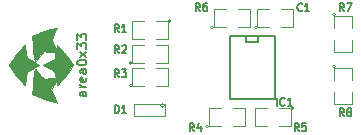
<source format=gto>
G04 #@! TF.FileFunction,Legend,Top*
%FSLAX46Y46*%
G04 Gerber Fmt 4.6, Leading zero omitted, Abs format (unit mm)*
G04 Created by KiCad (PCBNEW 0.201411101246+5259~19~ubuntu14.04.1-product) date mar 18 nov 2014 21:31:49 CET*
%MOMM*%
G01*
G04 APERTURE LIST*
%ADD10C,0.020000*%
%ADD11C,0.002540*%
%ADD12C,0.099060*%
%ADD13C,0.078740*%
%ADD14C,0.127000*%
%ADD15C,0.130000*%
G04 APERTURE END LIST*
D10*
D11*
G36*
X141934440Y-178487540D02*
X141931900Y-178500240D01*
X141916660Y-178535800D01*
X141896340Y-178589140D01*
X141868400Y-178660260D01*
X141832840Y-178744080D01*
X141792200Y-178840600D01*
X141746480Y-178947280D01*
X141713460Y-179023480D01*
X141667740Y-179132700D01*
X141624560Y-179236840D01*
X141583920Y-179330820D01*
X141550900Y-179412100D01*
X141525500Y-179478140D01*
X141505180Y-179526400D01*
X141495020Y-179554340D01*
X141492480Y-179561960D01*
X141502640Y-179579740D01*
X141522960Y-179617840D01*
X141550900Y-179671180D01*
X141586460Y-179737220D01*
X141627100Y-179810880D01*
X141670280Y-179889620D01*
X141713460Y-179968360D01*
X141756640Y-180047100D01*
X141797280Y-180120760D01*
X141832840Y-180184260D01*
X141863320Y-180237600D01*
X141886180Y-180275700D01*
X141896340Y-180293480D01*
X141898880Y-180296020D01*
X141903960Y-180285860D01*
X141911580Y-180252840D01*
X141919200Y-180204580D01*
X141929360Y-180146160D01*
X141929360Y-180141080D01*
X141939520Y-180077580D01*
X141949680Y-180024240D01*
X141957300Y-179986140D01*
X141962380Y-179965820D01*
X141972540Y-179973440D01*
X141997940Y-179996300D01*
X142036040Y-180034400D01*
X142086840Y-180085200D01*
X142145260Y-180148700D01*
X142211300Y-180217280D01*
X142279880Y-180293480D01*
X142353540Y-180372220D01*
X142427200Y-180453500D01*
X142495780Y-180532240D01*
X142564360Y-180605900D01*
X142622780Y-180674480D01*
X142676120Y-180735440D01*
X142719300Y-180786240D01*
X142747240Y-180824340D01*
X142754860Y-180834500D01*
X142780260Y-180867520D01*
X142813280Y-180918320D01*
X142856460Y-180981820D01*
X142902180Y-181047860D01*
X142935200Y-181093580D01*
X142991080Y-181174860D01*
X143054580Y-181268840D01*
X143118080Y-181362820D01*
X143176500Y-181449180D01*
X143191740Y-181472040D01*
X143321280Y-181660000D01*
X143026640Y-182089260D01*
X142952980Y-182195940D01*
X142892020Y-182287380D01*
X142838680Y-182363580D01*
X142790420Y-182429620D01*
X142744700Y-182488040D01*
X142701520Y-182546460D01*
X142653260Y-182604880D01*
X142599920Y-182665840D01*
X142536420Y-182736960D01*
X142460220Y-182820780D01*
X142371320Y-182919840D01*
X142366240Y-182924920D01*
X142287500Y-183011280D01*
X142213840Y-183095100D01*
X142147800Y-183168760D01*
X142091920Y-183232260D01*
X142046200Y-183285600D01*
X142013180Y-183321160D01*
X141992860Y-183344020D01*
X141992860Y-183346560D01*
X141982700Y-183359260D01*
X141972540Y-183356720D01*
X141964920Y-183336400D01*
X141954760Y-183298300D01*
X141942060Y-183239880D01*
X141931900Y-183173840D01*
X141903960Y-183001120D01*
X141695680Y-183379580D01*
X141489940Y-183758040D01*
X141718540Y-184293980D01*
X141766800Y-184405740D01*
X141809980Y-184509880D01*
X141850620Y-184603860D01*
X141883640Y-184685140D01*
X141911580Y-184751180D01*
X141931900Y-184799440D01*
X141944600Y-184827380D01*
X141947140Y-184835000D01*
X141934440Y-184832460D01*
X141898880Y-184822300D01*
X141843000Y-184807060D01*
X141769340Y-184789280D01*
X141680440Y-184763880D01*
X141578840Y-184735940D01*
X141467080Y-184708000D01*
X141390880Y-184685140D01*
X140837160Y-184535280D01*
X140438380Y-184365100D01*
X140339320Y-184321920D01*
X140245340Y-184281280D01*
X140156440Y-184245720D01*
X140082780Y-184215240D01*
X140024360Y-184189840D01*
X139983720Y-184174600D01*
X139971020Y-184169520D01*
X139915140Y-184149200D01*
X139884660Y-184126340D01*
X139874500Y-184100940D01*
X139877040Y-184083160D01*
X139879580Y-184062840D01*
X139879580Y-184019660D01*
X139882120Y-183956160D01*
X139884660Y-183877420D01*
X139887200Y-183783440D01*
X139889740Y-183679300D01*
X139892280Y-183567540D01*
X139892280Y-183565000D01*
X139892280Y-183450700D01*
X139894820Y-183341480D01*
X139897360Y-183242420D01*
X139902440Y-183156060D01*
X139904980Y-183084940D01*
X139907520Y-183031600D01*
X139912600Y-183003660D01*
X139920220Y-182952860D01*
X139927840Y-182904600D01*
X139930380Y-182884280D01*
X139935460Y-182846180D01*
X139945620Y-182795380D01*
X139950700Y-182759820D01*
X139958320Y-182709020D01*
X139965940Y-182660760D01*
X139971020Y-182635360D01*
X139976100Y-182594720D01*
X139983720Y-182543920D01*
X139991340Y-182508360D01*
X139998960Y-182460100D01*
X140006580Y-182414380D01*
X140009120Y-182391520D01*
X140021820Y-182297540D01*
X140037060Y-182221340D01*
X140042140Y-182198480D01*
X140049760Y-182162920D01*
X140059920Y-182112120D01*
X140070080Y-182058780D01*
X140077700Y-182010520D01*
X140085320Y-181977500D01*
X140087860Y-181962260D01*
X140090400Y-181962260D01*
X140092940Y-181962260D01*
X140098020Y-181967340D01*
X140108180Y-181980040D01*
X140123420Y-181997820D01*
X140148820Y-182023220D01*
X140181840Y-182058780D01*
X140225020Y-182104500D01*
X140280900Y-182165460D01*
X140349480Y-182239120D01*
X140433300Y-182330560D01*
X140534900Y-182439780D01*
X140550140Y-182457560D01*
X140639040Y-182551540D01*
X140710160Y-182630280D01*
X140766040Y-182691240D01*
X140814300Y-182736960D01*
X140847320Y-182769980D01*
X140875260Y-182792840D01*
X140893040Y-182805540D01*
X140905740Y-182810620D01*
X140910820Y-182810620D01*
X140941300Y-182810620D01*
X140992100Y-182805540D01*
X141053060Y-182800460D01*
X141121640Y-182795380D01*
X141185140Y-182790300D01*
X141241020Y-182787760D01*
X141246100Y-182785220D01*
X141294360Y-182782680D01*
X141355320Y-182777600D01*
X141411200Y-182772520D01*
X141467080Y-182769980D01*
X141517880Y-182764900D01*
X141555980Y-182762360D01*
X141555980Y-182762360D01*
X141589000Y-182757280D01*
X141639800Y-182754740D01*
X141700760Y-182749660D01*
X141731240Y-182747120D01*
X141784580Y-182742040D01*
X141827760Y-182736960D01*
X141855700Y-182734420D01*
X141860780Y-182731880D01*
X141858240Y-182716640D01*
X141850620Y-182683620D01*
X141843000Y-182637900D01*
X141840460Y-182630280D01*
X141830300Y-182574400D01*
X141820140Y-182515980D01*
X141812520Y-182477880D01*
X141804900Y-182439780D01*
X141799820Y-182414380D01*
X141799820Y-182411840D01*
X141797280Y-182394060D01*
X141792200Y-182361040D01*
X141787120Y-182322940D01*
X141779500Y-182274680D01*
X141769340Y-182239120D01*
X141761720Y-182221340D01*
X141749020Y-182211180D01*
X141713460Y-182188320D01*
X141660120Y-182157840D01*
X141594080Y-182122280D01*
X141517880Y-182079100D01*
X141434060Y-182030840D01*
X141342620Y-181982580D01*
X141251180Y-181931780D01*
X141162280Y-181883520D01*
X141075920Y-181837800D01*
X140997180Y-181794620D01*
X140928600Y-181759060D01*
X140875260Y-181731120D01*
X140837160Y-181713340D01*
X140829540Y-181710800D01*
X140778740Y-181685400D01*
X140753340Y-181667620D01*
X140750800Y-181652380D01*
X140773660Y-181634600D01*
X140814300Y-181611740D01*
X140834620Y-181601580D01*
X140877800Y-181578720D01*
X140936220Y-181548240D01*
X141004800Y-181510140D01*
X141086080Y-181466960D01*
X141174980Y-181421240D01*
X141263880Y-181372980D01*
X141357860Y-181322180D01*
X141446760Y-181273920D01*
X141530580Y-181228200D01*
X141606780Y-181187560D01*
X141670280Y-181152000D01*
X141721080Y-181124060D01*
X141754100Y-181106280D01*
X141764260Y-181101200D01*
X141769340Y-181085960D01*
X141774420Y-181052940D01*
X141782040Y-181004680D01*
X141787120Y-180966580D01*
X141799820Y-180890380D01*
X141815060Y-180804020D01*
X141827760Y-180725280D01*
X141832840Y-180707500D01*
X141855700Y-180580500D01*
X141827760Y-180577960D01*
X141761720Y-180572880D01*
X141685520Y-180565260D01*
X141609320Y-180560180D01*
X141538200Y-180555100D01*
X141484860Y-180550020D01*
X141464540Y-180547480D01*
X141426440Y-180542400D01*
X141375640Y-180537320D01*
X141319760Y-180534780D01*
X141319760Y-180534780D01*
X141261340Y-180529700D01*
X141208000Y-180524620D01*
X141167360Y-180519540D01*
X141129260Y-180517000D01*
X141075920Y-180514460D01*
X141014960Y-180509380D01*
X140994640Y-180506840D01*
X140872720Y-180499220D01*
X140481560Y-180925940D01*
X140087860Y-181355200D01*
X140072620Y-181286620D01*
X140062460Y-181238360D01*
X140052300Y-181174860D01*
X140039600Y-181106280D01*
X140026900Y-181037700D01*
X140016740Y-180976740D01*
X140011660Y-180936100D01*
X140009120Y-180928480D01*
X140004040Y-180895460D01*
X139996420Y-180847200D01*
X139991340Y-180811640D01*
X139981180Y-180758300D01*
X139973560Y-180710040D01*
X139971020Y-180684640D01*
X139965940Y-180646540D01*
X139955780Y-180595740D01*
X139950700Y-180560180D01*
X139943080Y-180506840D01*
X139935460Y-180458580D01*
X139930380Y-180435720D01*
X139925300Y-180395080D01*
X139917680Y-180344280D01*
X139912600Y-180316340D01*
X139907520Y-180285860D01*
X139904980Y-180232520D01*
X139899900Y-180161400D01*
X139897360Y-180072500D01*
X139894820Y-179973440D01*
X139892280Y-179864220D01*
X139889740Y-179767700D01*
X139887200Y-179655940D01*
X139884660Y-179549260D01*
X139884660Y-179452740D01*
X139882120Y-179371460D01*
X139879580Y-179302880D01*
X139879580Y-179257160D01*
X139879580Y-179234300D01*
X139879580Y-179198740D01*
X139887200Y-179175880D01*
X139889740Y-179173340D01*
X139894820Y-179173340D01*
X139897360Y-179173340D01*
X139904980Y-179170800D01*
X139915140Y-179165720D01*
X139932920Y-179160640D01*
X139960860Y-179147940D01*
X139998960Y-179132700D01*
X140052300Y-179109840D01*
X140120880Y-179081900D01*
X140207240Y-179046340D01*
X140313920Y-179000620D01*
X140418060Y-178957440D01*
X140877800Y-178761860D01*
X141403580Y-178622160D01*
X141515340Y-178591680D01*
X141622020Y-178563740D01*
X141716000Y-178538340D01*
X141797280Y-178518020D01*
X141860780Y-178502780D01*
X141906500Y-178492620D01*
X141931900Y-178487540D01*
X141934440Y-178487540D01*
X141934440Y-178487540D01*
X141934440Y-178487540D01*
G37*
X141934440Y-178487540D02*
X141931900Y-178500240D01*
X141916660Y-178535800D01*
X141896340Y-178589140D01*
X141868400Y-178660260D01*
X141832840Y-178744080D01*
X141792200Y-178840600D01*
X141746480Y-178947280D01*
X141713460Y-179023480D01*
X141667740Y-179132700D01*
X141624560Y-179236840D01*
X141583920Y-179330820D01*
X141550900Y-179412100D01*
X141525500Y-179478140D01*
X141505180Y-179526400D01*
X141495020Y-179554340D01*
X141492480Y-179561960D01*
X141502640Y-179579740D01*
X141522960Y-179617840D01*
X141550900Y-179671180D01*
X141586460Y-179737220D01*
X141627100Y-179810880D01*
X141670280Y-179889620D01*
X141713460Y-179968360D01*
X141756640Y-180047100D01*
X141797280Y-180120760D01*
X141832840Y-180184260D01*
X141863320Y-180237600D01*
X141886180Y-180275700D01*
X141896340Y-180293480D01*
X141898880Y-180296020D01*
X141903960Y-180285860D01*
X141911580Y-180252840D01*
X141919200Y-180204580D01*
X141929360Y-180146160D01*
X141929360Y-180141080D01*
X141939520Y-180077580D01*
X141949680Y-180024240D01*
X141957300Y-179986140D01*
X141962380Y-179965820D01*
X141972540Y-179973440D01*
X141997940Y-179996300D01*
X142036040Y-180034400D01*
X142086840Y-180085200D01*
X142145260Y-180148700D01*
X142211300Y-180217280D01*
X142279880Y-180293480D01*
X142353540Y-180372220D01*
X142427200Y-180453500D01*
X142495780Y-180532240D01*
X142564360Y-180605900D01*
X142622780Y-180674480D01*
X142676120Y-180735440D01*
X142719300Y-180786240D01*
X142747240Y-180824340D01*
X142754860Y-180834500D01*
X142780260Y-180867520D01*
X142813280Y-180918320D01*
X142856460Y-180981820D01*
X142902180Y-181047860D01*
X142935200Y-181093580D01*
X142991080Y-181174860D01*
X143054580Y-181268840D01*
X143118080Y-181362820D01*
X143176500Y-181449180D01*
X143191740Y-181472040D01*
X143321280Y-181660000D01*
X143026640Y-182089260D01*
X142952980Y-182195940D01*
X142892020Y-182287380D01*
X142838680Y-182363580D01*
X142790420Y-182429620D01*
X142744700Y-182488040D01*
X142701520Y-182546460D01*
X142653260Y-182604880D01*
X142599920Y-182665840D01*
X142536420Y-182736960D01*
X142460220Y-182820780D01*
X142371320Y-182919840D01*
X142366240Y-182924920D01*
X142287500Y-183011280D01*
X142213840Y-183095100D01*
X142147800Y-183168760D01*
X142091920Y-183232260D01*
X142046200Y-183285600D01*
X142013180Y-183321160D01*
X141992860Y-183344020D01*
X141992860Y-183346560D01*
X141982700Y-183359260D01*
X141972540Y-183356720D01*
X141964920Y-183336400D01*
X141954760Y-183298300D01*
X141942060Y-183239880D01*
X141931900Y-183173840D01*
X141903960Y-183001120D01*
X141695680Y-183379580D01*
X141489940Y-183758040D01*
X141718540Y-184293980D01*
X141766800Y-184405740D01*
X141809980Y-184509880D01*
X141850620Y-184603860D01*
X141883640Y-184685140D01*
X141911580Y-184751180D01*
X141931900Y-184799440D01*
X141944600Y-184827380D01*
X141947140Y-184835000D01*
X141934440Y-184832460D01*
X141898880Y-184822300D01*
X141843000Y-184807060D01*
X141769340Y-184789280D01*
X141680440Y-184763880D01*
X141578840Y-184735940D01*
X141467080Y-184708000D01*
X141390880Y-184685140D01*
X140837160Y-184535280D01*
X140438380Y-184365100D01*
X140339320Y-184321920D01*
X140245340Y-184281280D01*
X140156440Y-184245720D01*
X140082780Y-184215240D01*
X140024360Y-184189840D01*
X139983720Y-184174600D01*
X139971020Y-184169520D01*
X139915140Y-184149200D01*
X139884660Y-184126340D01*
X139874500Y-184100940D01*
X139877040Y-184083160D01*
X139879580Y-184062840D01*
X139879580Y-184019660D01*
X139882120Y-183956160D01*
X139884660Y-183877420D01*
X139887200Y-183783440D01*
X139889740Y-183679300D01*
X139892280Y-183567540D01*
X139892280Y-183565000D01*
X139892280Y-183450700D01*
X139894820Y-183341480D01*
X139897360Y-183242420D01*
X139902440Y-183156060D01*
X139904980Y-183084940D01*
X139907520Y-183031600D01*
X139912600Y-183003660D01*
X139920220Y-182952860D01*
X139927840Y-182904600D01*
X139930380Y-182884280D01*
X139935460Y-182846180D01*
X139945620Y-182795380D01*
X139950700Y-182759820D01*
X139958320Y-182709020D01*
X139965940Y-182660760D01*
X139971020Y-182635360D01*
X139976100Y-182594720D01*
X139983720Y-182543920D01*
X139991340Y-182508360D01*
X139998960Y-182460100D01*
X140006580Y-182414380D01*
X140009120Y-182391520D01*
X140021820Y-182297540D01*
X140037060Y-182221340D01*
X140042140Y-182198480D01*
X140049760Y-182162920D01*
X140059920Y-182112120D01*
X140070080Y-182058780D01*
X140077700Y-182010520D01*
X140085320Y-181977500D01*
X140087860Y-181962260D01*
X140090400Y-181962260D01*
X140092940Y-181962260D01*
X140098020Y-181967340D01*
X140108180Y-181980040D01*
X140123420Y-181997820D01*
X140148820Y-182023220D01*
X140181840Y-182058780D01*
X140225020Y-182104500D01*
X140280900Y-182165460D01*
X140349480Y-182239120D01*
X140433300Y-182330560D01*
X140534900Y-182439780D01*
X140550140Y-182457560D01*
X140639040Y-182551540D01*
X140710160Y-182630280D01*
X140766040Y-182691240D01*
X140814300Y-182736960D01*
X140847320Y-182769980D01*
X140875260Y-182792840D01*
X140893040Y-182805540D01*
X140905740Y-182810620D01*
X140910820Y-182810620D01*
X140941300Y-182810620D01*
X140992100Y-182805540D01*
X141053060Y-182800460D01*
X141121640Y-182795380D01*
X141185140Y-182790300D01*
X141241020Y-182787760D01*
X141246100Y-182785220D01*
X141294360Y-182782680D01*
X141355320Y-182777600D01*
X141411200Y-182772520D01*
X141467080Y-182769980D01*
X141517880Y-182764900D01*
X141555980Y-182762360D01*
X141555980Y-182762360D01*
X141589000Y-182757280D01*
X141639800Y-182754740D01*
X141700760Y-182749660D01*
X141731240Y-182747120D01*
X141784580Y-182742040D01*
X141827760Y-182736960D01*
X141855700Y-182734420D01*
X141860780Y-182731880D01*
X141858240Y-182716640D01*
X141850620Y-182683620D01*
X141843000Y-182637900D01*
X141840460Y-182630280D01*
X141830300Y-182574400D01*
X141820140Y-182515980D01*
X141812520Y-182477880D01*
X141804900Y-182439780D01*
X141799820Y-182414380D01*
X141799820Y-182411840D01*
X141797280Y-182394060D01*
X141792200Y-182361040D01*
X141787120Y-182322940D01*
X141779500Y-182274680D01*
X141769340Y-182239120D01*
X141761720Y-182221340D01*
X141749020Y-182211180D01*
X141713460Y-182188320D01*
X141660120Y-182157840D01*
X141594080Y-182122280D01*
X141517880Y-182079100D01*
X141434060Y-182030840D01*
X141342620Y-181982580D01*
X141251180Y-181931780D01*
X141162280Y-181883520D01*
X141075920Y-181837800D01*
X140997180Y-181794620D01*
X140928600Y-181759060D01*
X140875260Y-181731120D01*
X140837160Y-181713340D01*
X140829540Y-181710800D01*
X140778740Y-181685400D01*
X140753340Y-181667620D01*
X140750800Y-181652380D01*
X140773660Y-181634600D01*
X140814300Y-181611740D01*
X140834620Y-181601580D01*
X140877800Y-181578720D01*
X140936220Y-181548240D01*
X141004800Y-181510140D01*
X141086080Y-181466960D01*
X141174980Y-181421240D01*
X141263880Y-181372980D01*
X141357860Y-181322180D01*
X141446760Y-181273920D01*
X141530580Y-181228200D01*
X141606780Y-181187560D01*
X141670280Y-181152000D01*
X141721080Y-181124060D01*
X141754100Y-181106280D01*
X141764260Y-181101200D01*
X141769340Y-181085960D01*
X141774420Y-181052940D01*
X141782040Y-181004680D01*
X141787120Y-180966580D01*
X141799820Y-180890380D01*
X141815060Y-180804020D01*
X141827760Y-180725280D01*
X141832840Y-180707500D01*
X141855700Y-180580500D01*
X141827760Y-180577960D01*
X141761720Y-180572880D01*
X141685520Y-180565260D01*
X141609320Y-180560180D01*
X141538200Y-180555100D01*
X141484860Y-180550020D01*
X141464540Y-180547480D01*
X141426440Y-180542400D01*
X141375640Y-180537320D01*
X141319760Y-180534780D01*
X141319760Y-180534780D01*
X141261340Y-180529700D01*
X141208000Y-180524620D01*
X141167360Y-180519540D01*
X141129260Y-180517000D01*
X141075920Y-180514460D01*
X141014960Y-180509380D01*
X140994640Y-180506840D01*
X140872720Y-180499220D01*
X140481560Y-180925940D01*
X140087860Y-181355200D01*
X140072620Y-181286620D01*
X140062460Y-181238360D01*
X140052300Y-181174860D01*
X140039600Y-181106280D01*
X140026900Y-181037700D01*
X140016740Y-180976740D01*
X140011660Y-180936100D01*
X140009120Y-180928480D01*
X140004040Y-180895460D01*
X139996420Y-180847200D01*
X139991340Y-180811640D01*
X139981180Y-180758300D01*
X139973560Y-180710040D01*
X139971020Y-180684640D01*
X139965940Y-180646540D01*
X139955780Y-180595740D01*
X139950700Y-180560180D01*
X139943080Y-180506840D01*
X139935460Y-180458580D01*
X139930380Y-180435720D01*
X139925300Y-180395080D01*
X139917680Y-180344280D01*
X139912600Y-180316340D01*
X139907520Y-180285860D01*
X139904980Y-180232520D01*
X139899900Y-180161400D01*
X139897360Y-180072500D01*
X139894820Y-179973440D01*
X139892280Y-179864220D01*
X139889740Y-179767700D01*
X139887200Y-179655940D01*
X139884660Y-179549260D01*
X139884660Y-179452740D01*
X139882120Y-179371460D01*
X139879580Y-179302880D01*
X139879580Y-179257160D01*
X139879580Y-179234300D01*
X139879580Y-179198740D01*
X139887200Y-179175880D01*
X139889740Y-179173340D01*
X139894820Y-179173340D01*
X139897360Y-179173340D01*
X139904980Y-179170800D01*
X139915140Y-179165720D01*
X139932920Y-179160640D01*
X139960860Y-179147940D01*
X139998960Y-179132700D01*
X140052300Y-179109840D01*
X140120880Y-179081900D01*
X140207240Y-179046340D01*
X140313920Y-179000620D01*
X140418060Y-178957440D01*
X140877800Y-178761860D01*
X141403580Y-178622160D01*
X141515340Y-178591680D01*
X141622020Y-178563740D01*
X141716000Y-178538340D01*
X141797280Y-178518020D01*
X141860780Y-178502780D01*
X141906500Y-178492620D01*
X141931900Y-178487540D01*
X141934440Y-178487540D01*
X141934440Y-178487540D01*
G36*
X139229340Y-179945500D02*
X139236960Y-179958200D01*
X139244580Y-179988680D01*
X139244580Y-180003920D01*
X139247120Y-180031860D01*
X139252200Y-180082660D01*
X139262360Y-180148700D01*
X139275060Y-180229980D01*
X139290300Y-180313800D01*
X139295380Y-180341740D01*
X139313160Y-180445880D01*
X139333480Y-180560180D01*
X139353800Y-180674480D01*
X139371580Y-180781160D01*
X139386820Y-180862440D01*
X139427460Y-181098660D01*
X139889740Y-181347580D01*
X139993880Y-181403460D01*
X140092940Y-181456800D01*
X140181840Y-181505060D01*
X140263120Y-181548240D01*
X140329160Y-181583800D01*
X140377420Y-181609200D01*
X140405360Y-181624440D01*
X140410440Y-181626980D01*
X140466320Y-181657460D01*
X140410440Y-181687940D01*
X140385040Y-181700640D01*
X140339320Y-181726040D01*
X140278360Y-181759060D01*
X140202160Y-181802240D01*
X140113260Y-181847960D01*
X140016740Y-181901300D01*
X139915140Y-181954640D01*
X139902440Y-181962260D01*
X139803380Y-182015600D01*
X139709400Y-182066400D01*
X139625580Y-182112120D01*
X139554460Y-182150220D01*
X139498580Y-182183240D01*
X139460480Y-182206100D01*
X139440160Y-182216260D01*
X139440160Y-182216260D01*
X139432540Y-182234040D01*
X139422380Y-182274680D01*
X139409680Y-182338180D01*
X139394440Y-182416920D01*
X139376660Y-182513440D01*
X139356340Y-182620120D01*
X139336020Y-182739500D01*
X139323320Y-182818240D01*
X139300460Y-182955400D01*
X139282680Y-183067160D01*
X139267440Y-183156060D01*
X139254740Y-183227180D01*
X139244580Y-183280520D01*
X139236960Y-183316080D01*
X139229340Y-183341480D01*
X139224260Y-183356720D01*
X139216640Y-183361800D01*
X139211560Y-183359260D01*
X139206480Y-183354180D01*
X139203940Y-183351640D01*
X139163300Y-183308460D01*
X139109960Y-183250040D01*
X139049000Y-183181460D01*
X138977880Y-183105260D01*
X138906760Y-183021440D01*
X138830560Y-182935080D01*
X138754360Y-182848720D01*
X138680700Y-182764900D01*
X138609580Y-182686160D01*
X138548620Y-182612500D01*
X138492740Y-182549000D01*
X138452100Y-182498200D01*
X138421620Y-182462640D01*
X138408920Y-182447400D01*
X138309860Y-182297540D01*
X138218420Y-182162920D01*
X138137140Y-182043540D01*
X138066020Y-181939400D01*
X138010140Y-181855580D01*
X137964420Y-181792080D01*
X137933940Y-181746360D01*
X137931400Y-181746360D01*
X137865360Y-181657460D01*
X137900920Y-181609200D01*
X137923780Y-181578720D01*
X137941560Y-181558400D01*
X137944100Y-181555860D01*
X137946640Y-181550780D01*
X137956800Y-181540620D01*
X137966960Y-181522840D01*
X137987280Y-181497440D01*
X138012680Y-181459340D01*
X138048240Y-181406000D01*
X138091420Y-181342500D01*
X138147300Y-181261220D01*
X138213340Y-181159620D01*
X138294620Y-181040240D01*
X138325100Y-180994520D01*
X138370820Y-180925940D01*
X138411460Y-180867520D01*
X138444480Y-180816720D01*
X138469880Y-180783700D01*
X138482580Y-180765920D01*
X138485120Y-180763380D01*
X138487660Y-180760840D01*
X138500360Y-180748140D01*
X138518140Y-180727820D01*
X138543540Y-180699880D01*
X138581640Y-180659240D01*
X138629900Y-180603360D01*
X138695940Y-180532240D01*
X138774680Y-180443340D01*
X138800080Y-180415400D01*
X138828020Y-180384920D01*
X138866120Y-180341740D01*
X138914380Y-180288400D01*
X138965180Y-180232520D01*
X138972800Y-180222360D01*
X139026140Y-180166480D01*
X139076940Y-180108060D01*
X139120120Y-180057260D01*
X139153140Y-180019160D01*
X139155680Y-180016620D01*
X139188700Y-179981060D01*
X139214100Y-179955660D01*
X139229340Y-179945500D01*
X139229340Y-179945500D01*
X139229340Y-179945500D01*
G37*
X139229340Y-179945500D02*
X139236960Y-179958200D01*
X139244580Y-179988680D01*
X139244580Y-180003920D01*
X139247120Y-180031860D01*
X139252200Y-180082660D01*
X139262360Y-180148700D01*
X139275060Y-180229980D01*
X139290300Y-180313800D01*
X139295380Y-180341740D01*
X139313160Y-180445880D01*
X139333480Y-180560180D01*
X139353800Y-180674480D01*
X139371580Y-180781160D01*
X139386820Y-180862440D01*
X139427460Y-181098660D01*
X139889740Y-181347580D01*
X139993880Y-181403460D01*
X140092940Y-181456800D01*
X140181840Y-181505060D01*
X140263120Y-181548240D01*
X140329160Y-181583800D01*
X140377420Y-181609200D01*
X140405360Y-181624440D01*
X140410440Y-181626980D01*
X140466320Y-181657460D01*
X140410440Y-181687940D01*
X140385040Y-181700640D01*
X140339320Y-181726040D01*
X140278360Y-181759060D01*
X140202160Y-181802240D01*
X140113260Y-181847960D01*
X140016740Y-181901300D01*
X139915140Y-181954640D01*
X139902440Y-181962260D01*
X139803380Y-182015600D01*
X139709400Y-182066400D01*
X139625580Y-182112120D01*
X139554460Y-182150220D01*
X139498580Y-182183240D01*
X139460480Y-182206100D01*
X139440160Y-182216260D01*
X139440160Y-182216260D01*
X139432540Y-182234040D01*
X139422380Y-182274680D01*
X139409680Y-182338180D01*
X139394440Y-182416920D01*
X139376660Y-182513440D01*
X139356340Y-182620120D01*
X139336020Y-182739500D01*
X139323320Y-182818240D01*
X139300460Y-182955400D01*
X139282680Y-183067160D01*
X139267440Y-183156060D01*
X139254740Y-183227180D01*
X139244580Y-183280520D01*
X139236960Y-183316080D01*
X139229340Y-183341480D01*
X139224260Y-183356720D01*
X139216640Y-183361800D01*
X139211560Y-183359260D01*
X139206480Y-183354180D01*
X139203940Y-183351640D01*
X139163300Y-183308460D01*
X139109960Y-183250040D01*
X139049000Y-183181460D01*
X138977880Y-183105260D01*
X138906760Y-183021440D01*
X138830560Y-182935080D01*
X138754360Y-182848720D01*
X138680700Y-182764900D01*
X138609580Y-182686160D01*
X138548620Y-182612500D01*
X138492740Y-182549000D01*
X138452100Y-182498200D01*
X138421620Y-182462640D01*
X138408920Y-182447400D01*
X138309860Y-182297540D01*
X138218420Y-182162920D01*
X138137140Y-182043540D01*
X138066020Y-181939400D01*
X138010140Y-181855580D01*
X137964420Y-181792080D01*
X137933940Y-181746360D01*
X137931400Y-181746360D01*
X137865360Y-181657460D01*
X137900920Y-181609200D01*
X137923780Y-181578720D01*
X137941560Y-181558400D01*
X137944100Y-181555860D01*
X137946640Y-181550780D01*
X137956800Y-181540620D01*
X137966960Y-181522840D01*
X137987280Y-181497440D01*
X138012680Y-181459340D01*
X138048240Y-181406000D01*
X138091420Y-181342500D01*
X138147300Y-181261220D01*
X138213340Y-181159620D01*
X138294620Y-181040240D01*
X138325100Y-180994520D01*
X138370820Y-180925940D01*
X138411460Y-180867520D01*
X138444480Y-180816720D01*
X138469880Y-180783700D01*
X138482580Y-180765920D01*
X138485120Y-180763380D01*
X138487660Y-180760840D01*
X138500360Y-180748140D01*
X138518140Y-180727820D01*
X138543540Y-180699880D01*
X138581640Y-180659240D01*
X138629900Y-180603360D01*
X138695940Y-180532240D01*
X138774680Y-180443340D01*
X138800080Y-180415400D01*
X138828020Y-180384920D01*
X138866120Y-180341740D01*
X138914380Y-180288400D01*
X138965180Y-180232520D01*
X138972800Y-180222360D01*
X139026140Y-180166480D01*
X139076940Y-180108060D01*
X139120120Y-180057260D01*
X139153140Y-180019160D01*
X139155680Y-180016620D01*
X139188700Y-179981060D01*
X139214100Y-179955660D01*
X139229340Y-179945500D01*
X139229340Y-179945500D01*
D12*
X158926000Y-178462000D02*
G75*
G03X158926000Y-178462000I-127000J0D01*
G01*
X159942000Y-178462000D02*
X158926000Y-178462000D01*
X158926000Y-178462000D02*
X158926000Y-176938000D01*
X158926000Y-176938000D02*
X159942000Y-176938000D01*
X160958000Y-176938000D02*
X161974000Y-176938000D01*
X161974000Y-176938000D02*
X161974000Y-178462000D01*
X161974000Y-178462000D02*
X160958000Y-178462000D01*
D13*
X151068090Y-185069480D02*
G75*
G03X151068090Y-185069480I-159070J0D01*
G01*
X148463000Y-185928000D02*
X148463000Y-184912000D01*
X151066500Y-185928000D02*
X151066500Y-184912000D01*
X148463000Y-184912000D02*
X151066500Y-184912000D01*
X151066500Y-185928000D02*
X148463000Y-185928000D01*
D14*
X156697000Y-179233000D02*
X156570000Y-179233000D01*
X156570000Y-179233000D02*
X156570000Y-184567000D01*
X160380000Y-184567000D02*
X160380000Y-179233000D01*
X160380000Y-179233000D02*
X156697000Y-179233000D01*
X158983000Y-179233000D02*
X158983000Y-179741000D01*
X158983000Y-179741000D02*
X157967000Y-179741000D01*
X157967000Y-179741000D02*
X157967000Y-179233000D01*
X160380000Y-184567000D02*
X156570000Y-184567000D01*
D12*
X151638000Y-177927000D02*
G75*
G03X151638000Y-177927000I-127000J0D01*
G01*
X150368000Y-177927000D02*
X151384000Y-177927000D01*
X151384000Y-177927000D02*
X151384000Y-179451000D01*
X151384000Y-179451000D02*
X150368000Y-179451000D01*
X149352000Y-179451000D02*
X148336000Y-179451000D01*
X148336000Y-179451000D02*
X148336000Y-177927000D01*
X148336000Y-177927000D02*
X149352000Y-177927000D01*
X148336000Y-181483000D02*
G75*
G03X148336000Y-181483000I-127000J0D01*
G01*
X149352000Y-181483000D02*
X148336000Y-181483000D01*
X148336000Y-181483000D02*
X148336000Y-179959000D01*
X148336000Y-179959000D02*
X149352000Y-179959000D01*
X150368000Y-179959000D02*
X151384000Y-179959000D01*
X151384000Y-179959000D02*
X151384000Y-181483000D01*
X151384000Y-181483000D02*
X150368000Y-181483000D01*
X148336000Y-183388000D02*
G75*
G03X148336000Y-183388000I-127000J0D01*
G01*
X149352000Y-183388000D02*
X148336000Y-183388000D01*
X148336000Y-183388000D02*
X148336000Y-181864000D01*
X148336000Y-181864000D02*
X149352000Y-181864000D01*
X150368000Y-181864000D02*
X151384000Y-181864000D01*
X151384000Y-181864000D02*
X151384000Y-183388000D01*
X151384000Y-183388000D02*
X150368000Y-183388000D01*
X162028000Y-185313000D02*
G75*
G03X162028000Y-185313000I-127000J0D01*
G01*
X160758000Y-185313000D02*
X161774000Y-185313000D01*
X161774000Y-185313000D02*
X161774000Y-186837000D01*
X161774000Y-186837000D02*
X160758000Y-186837000D01*
X159742000Y-186837000D02*
X158726000Y-186837000D01*
X158726000Y-186837000D02*
X158726000Y-185313000D01*
X158726000Y-185313000D02*
X159742000Y-185313000D01*
X154801000Y-186837000D02*
G75*
G03X154801000Y-186837000I-127000J0D01*
G01*
X155817000Y-186837000D02*
X154801000Y-186837000D01*
X154801000Y-186837000D02*
X154801000Y-185313000D01*
X154801000Y-185313000D02*
X155817000Y-185313000D01*
X156833000Y-185313000D02*
X157849000Y-185313000D01*
X157849000Y-185313000D02*
X157849000Y-186837000D01*
X157849000Y-186837000D02*
X156833000Y-186837000D01*
X155226000Y-178462000D02*
G75*
G03X155226000Y-178462000I-127000J0D01*
G01*
X156242000Y-178462000D02*
X155226000Y-178462000D01*
X155226000Y-178462000D02*
X155226000Y-176938000D01*
X155226000Y-176938000D02*
X156242000Y-176938000D01*
X157258000Y-176938000D02*
X158274000Y-176938000D01*
X158274000Y-176938000D02*
X158274000Y-178462000D01*
X158274000Y-178462000D02*
X157258000Y-178462000D01*
X165540000Y-177399000D02*
G75*
G03X165540000Y-177399000I-127000J0D01*
G01*
X165413000Y-178542000D02*
X165413000Y-177526000D01*
X165413000Y-177526000D02*
X166937000Y-177526000D01*
X166937000Y-177526000D02*
X166937000Y-178542000D01*
X166937000Y-179558000D02*
X166937000Y-180574000D01*
X166937000Y-180574000D02*
X165413000Y-180574000D01*
X165413000Y-180574000D02*
X165413000Y-179558000D01*
X165540000Y-181799000D02*
G75*
G03X165540000Y-181799000I-127000J0D01*
G01*
X165413000Y-182942000D02*
X165413000Y-181926000D01*
X165413000Y-181926000D02*
X166937000Y-181926000D01*
X166937000Y-181926000D02*
X166937000Y-182942000D01*
X166937000Y-183958000D02*
X166937000Y-184974000D01*
X166937000Y-184974000D02*
X165413000Y-184974000D01*
X165413000Y-184974000D02*
X165413000Y-183958000D01*
D15*
X144451905Y-183907620D02*
X144032857Y-183907620D01*
X143956667Y-183945715D01*
X143918571Y-184021905D01*
X143918571Y-184174286D01*
X143956667Y-184250477D01*
X144413810Y-183907620D02*
X144451905Y-183983810D01*
X144451905Y-184174286D01*
X144413810Y-184250477D01*
X144337619Y-184288572D01*
X144261429Y-184288572D01*
X144185238Y-184250477D01*
X144147143Y-184174286D01*
X144147143Y-183983810D01*
X144109048Y-183907620D01*
X144451905Y-183526667D02*
X143918571Y-183526667D01*
X144070952Y-183526667D02*
X143994762Y-183488572D01*
X143956667Y-183450476D01*
X143918571Y-183374286D01*
X143918571Y-183298095D01*
X144413810Y-182726667D02*
X144451905Y-182802857D01*
X144451905Y-182955238D01*
X144413810Y-183031429D01*
X144337619Y-183069524D01*
X144032857Y-183069524D01*
X143956667Y-183031429D01*
X143918571Y-182955238D01*
X143918571Y-182802857D01*
X143956667Y-182726667D01*
X144032857Y-182688572D01*
X144109048Y-182688572D01*
X144185238Y-183069524D01*
X144451905Y-182002858D02*
X144032857Y-182002858D01*
X143956667Y-182040953D01*
X143918571Y-182117143D01*
X143918571Y-182269524D01*
X143956667Y-182345715D01*
X144413810Y-182002858D02*
X144451905Y-182079048D01*
X144451905Y-182269524D01*
X144413810Y-182345715D01*
X144337619Y-182383810D01*
X144261429Y-182383810D01*
X144185238Y-182345715D01*
X144147143Y-182269524D01*
X144147143Y-182079048D01*
X144109048Y-182002858D01*
X143651905Y-181469524D02*
X143651905Y-181393333D01*
X143690000Y-181317143D01*
X143728095Y-181279048D01*
X143804286Y-181240952D01*
X143956667Y-181202857D01*
X144147143Y-181202857D01*
X144299524Y-181240952D01*
X144375714Y-181279048D01*
X144413810Y-181317143D01*
X144451905Y-181393333D01*
X144451905Y-181469524D01*
X144413810Y-181545714D01*
X144375714Y-181583810D01*
X144299524Y-181621905D01*
X144147143Y-181660000D01*
X143956667Y-181660000D01*
X143804286Y-181621905D01*
X143728095Y-181583810D01*
X143690000Y-181545714D01*
X143651905Y-181469524D01*
X144451905Y-180936190D02*
X143918571Y-180517143D01*
X143918571Y-180936190D02*
X144451905Y-180517143D01*
X143651905Y-180288571D02*
X143651905Y-179793333D01*
X143956667Y-180060000D01*
X143956667Y-179945714D01*
X143994762Y-179869524D01*
X144032857Y-179831428D01*
X144109048Y-179793333D01*
X144299524Y-179793333D01*
X144375714Y-179831428D01*
X144413810Y-179869524D01*
X144451905Y-179945714D01*
X144451905Y-180174286D01*
X144413810Y-180250476D01*
X144375714Y-180288571D01*
X143651905Y-179526666D02*
X143651905Y-179031428D01*
X143956667Y-179298095D01*
X143956667Y-179183809D01*
X143994762Y-179107619D01*
X144032857Y-179069523D01*
X144109048Y-179031428D01*
X144299524Y-179031428D01*
X144375714Y-179069523D01*
X144413810Y-179107619D01*
X144451905Y-179183809D01*
X144451905Y-179412381D01*
X144413810Y-179488571D01*
X144375714Y-179526666D01*
X162705666Y-177016143D02*
X162674714Y-177047095D01*
X162581857Y-177078048D01*
X162519952Y-177078048D01*
X162427095Y-177047095D01*
X162365190Y-176985190D01*
X162334238Y-176923286D01*
X162303286Y-176799476D01*
X162303286Y-176706619D01*
X162334238Y-176582810D01*
X162365190Y-176520905D01*
X162427095Y-176459000D01*
X162519952Y-176428048D01*
X162581857Y-176428048D01*
X162674714Y-176459000D01*
X162705666Y-176489952D01*
X163324714Y-177078048D02*
X162953286Y-177078048D01*
X163139000Y-177078048D02*
X163139000Y-176428048D01*
X163077095Y-176520905D01*
X163015190Y-176582810D01*
X162953286Y-176613762D01*
X146840238Y-185714048D02*
X146840238Y-185064048D01*
X146995000Y-185064048D01*
X147087857Y-185095000D01*
X147149762Y-185156905D01*
X147180714Y-185218810D01*
X147211666Y-185342619D01*
X147211666Y-185435476D01*
X147180714Y-185559286D01*
X147149762Y-185621190D01*
X147087857Y-185683095D01*
X146995000Y-185714048D01*
X146840238Y-185714048D01*
X147830714Y-185714048D02*
X147459286Y-185714048D01*
X147645000Y-185714048D02*
X147645000Y-185064048D01*
X147583095Y-185156905D01*
X147521190Y-185218810D01*
X147459286Y-185249762D01*
X160555476Y-185084048D02*
X160555476Y-184434048D01*
X161236428Y-185022143D02*
X161205476Y-185053095D01*
X161112619Y-185084048D01*
X161050714Y-185084048D01*
X160957857Y-185053095D01*
X160895952Y-184991190D01*
X160865000Y-184929286D01*
X160834048Y-184805476D01*
X160834048Y-184712619D01*
X160865000Y-184588810D01*
X160895952Y-184526905D01*
X160957857Y-184465000D01*
X161050714Y-184434048D01*
X161112619Y-184434048D01*
X161205476Y-184465000D01*
X161236428Y-184495952D01*
X161855476Y-185084048D02*
X161484048Y-185084048D01*
X161669762Y-185084048D02*
X161669762Y-184434048D01*
X161607857Y-184526905D01*
X161545952Y-184588810D01*
X161484048Y-184619762D01*
X147211666Y-178856048D02*
X146995000Y-178546524D01*
X146840238Y-178856048D02*
X146840238Y-178206048D01*
X147087857Y-178206048D01*
X147149762Y-178237000D01*
X147180714Y-178267952D01*
X147211666Y-178329857D01*
X147211666Y-178422714D01*
X147180714Y-178484619D01*
X147149762Y-178515571D01*
X147087857Y-178546524D01*
X146840238Y-178546524D01*
X147830714Y-178856048D02*
X147459286Y-178856048D01*
X147645000Y-178856048D02*
X147645000Y-178206048D01*
X147583095Y-178298905D01*
X147521190Y-178360810D01*
X147459286Y-178391762D01*
X147211666Y-180634048D02*
X146995000Y-180324524D01*
X146840238Y-180634048D02*
X146840238Y-179984048D01*
X147087857Y-179984048D01*
X147149762Y-180015000D01*
X147180714Y-180045952D01*
X147211666Y-180107857D01*
X147211666Y-180200714D01*
X147180714Y-180262619D01*
X147149762Y-180293571D01*
X147087857Y-180324524D01*
X146840238Y-180324524D01*
X147459286Y-180045952D02*
X147490238Y-180015000D01*
X147552143Y-179984048D01*
X147706905Y-179984048D01*
X147768809Y-180015000D01*
X147799762Y-180045952D01*
X147830714Y-180107857D01*
X147830714Y-180169762D01*
X147799762Y-180262619D01*
X147428333Y-180634048D01*
X147830714Y-180634048D01*
X147211666Y-182666048D02*
X146995000Y-182356524D01*
X146840238Y-182666048D02*
X146840238Y-182016048D01*
X147087857Y-182016048D01*
X147149762Y-182047000D01*
X147180714Y-182077952D01*
X147211666Y-182139857D01*
X147211666Y-182232714D01*
X147180714Y-182294619D01*
X147149762Y-182325571D01*
X147087857Y-182356524D01*
X146840238Y-182356524D01*
X147428333Y-182016048D02*
X147830714Y-182016048D01*
X147614047Y-182263667D01*
X147706905Y-182263667D01*
X147768809Y-182294619D01*
X147799762Y-182325571D01*
X147830714Y-182387476D01*
X147830714Y-182542238D01*
X147799762Y-182604143D01*
X147768809Y-182635095D01*
X147706905Y-182666048D01*
X147521190Y-182666048D01*
X147459286Y-182635095D01*
X147428333Y-182604143D01*
X153561666Y-187238048D02*
X153345000Y-186928524D01*
X153190238Y-187238048D02*
X153190238Y-186588048D01*
X153437857Y-186588048D01*
X153499762Y-186619000D01*
X153530714Y-186649952D01*
X153561666Y-186711857D01*
X153561666Y-186804714D01*
X153530714Y-186866619D01*
X153499762Y-186897571D01*
X153437857Y-186928524D01*
X153190238Y-186928524D01*
X154118809Y-186804714D02*
X154118809Y-187238048D01*
X153964047Y-186557095D02*
X153809286Y-187021381D01*
X154211666Y-187021381D01*
X162451666Y-187238048D02*
X162235000Y-186928524D01*
X162080238Y-187238048D02*
X162080238Y-186588048D01*
X162327857Y-186588048D01*
X162389762Y-186619000D01*
X162420714Y-186649952D01*
X162451666Y-186711857D01*
X162451666Y-186804714D01*
X162420714Y-186866619D01*
X162389762Y-186897571D01*
X162327857Y-186928524D01*
X162080238Y-186928524D01*
X163039762Y-186588048D02*
X162730238Y-186588048D01*
X162699286Y-186897571D01*
X162730238Y-186866619D01*
X162792143Y-186835667D01*
X162946905Y-186835667D01*
X163008809Y-186866619D01*
X163039762Y-186897571D01*
X163070714Y-186959476D01*
X163070714Y-187114238D01*
X163039762Y-187176143D01*
X163008809Y-187207095D01*
X162946905Y-187238048D01*
X162792143Y-187238048D01*
X162730238Y-187207095D01*
X162699286Y-187176143D01*
X154069666Y-177078048D02*
X153853000Y-176768524D01*
X153698238Y-177078048D02*
X153698238Y-176428048D01*
X153945857Y-176428048D01*
X154007762Y-176459000D01*
X154038714Y-176489952D01*
X154069666Y-176551857D01*
X154069666Y-176644714D01*
X154038714Y-176706619D01*
X154007762Y-176737571D01*
X153945857Y-176768524D01*
X153698238Y-176768524D01*
X154626809Y-176428048D02*
X154503000Y-176428048D01*
X154441095Y-176459000D01*
X154410143Y-176489952D01*
X154348238Y-176582810D01*
X154317286Y-176706619D01*
X154317286Y-176954238D01*
X154348238Y-177016143D01*
X154379190Y-177047095D01*
X154441095Y-177078048D01*
X154564905Y-177078048D01*
X154626809Y-177047095D01*
X154657762Y-177016143D01*
X154688714Y-176954238D01*
X154688714Y-176799476D01*
X154657762Y-176737571D01*
X154626809Y-176706619D01*
X154564905Y-176675667D01*
X154441095Y-176675667D01*
X154379190Y-176706619D01*
X154348238Y-176737571D01*
X154317286Y-176799476D01*
X166261666Y-177078048D02*
X166045000Y-176768524D01*
X165890238Y-177078048D02*
X165890238Y-176428048D01*
X166137857Y-176428048D01*
X166199762Y-176459000D01*
X166230714Y-176489952D01*
X166261666Y-176551857D01*
X166261666Y-176644714D01*
X166230714Y-176706619D01*
X166199762Y-176737571D01*
X166137857Y-176768524D01*
X165890238Y-176768524D01*
X166478333Y-176428048D02*
X166911666Y-176428048D01*
X166633095Y-177078048D01*
X166261666Y-185968048D02*
X166045000Y-185658524D01*
X165890238Y-185968048D02*
X165890238Y-185318048D01*
X166137857Y-185318048D01*
X166199762Y-185349000D01*
X166230714Y-185379952D01*
X166261666Y-185441857D01*
X166261666Y-185534714D01*
X166230714Y-185596619D01*
X166199762Y-185627571D01*
X166137857Y-185658524D01*
X165890238Y-185658524D01*
X166633095Y-185596619D02*
X166571190Y-185565667D01*
X166540238Y-185534714D01*
X166509286Y-185472810D01*
X166509286Y-185441857D01*
X166540238Y-185379952D01*
X166571190Y-185349000D01*
X166633095Y-185318048D01*
X166756905Y-185318048D01*
X166818809Y-185349000D01*
X166849762Y-185379952D01*
X166880714Y-185441857D01*
X166880714Y-185472810D01*
X166849762Y-185534714D01*
X166818809Y-185565667D01*
X166756905Y-185596619D01*
X166633095Y-185596619D01*
X166571190Y-185627571D01*
X166540238Y-185658524D01*
X166509286Y-185720429D01*
X166509286Y-185844238D01*
X166540238Y-185906143D01*
X166571190Y-185937095D01*
X166633095Y-185968048D01*
X166756905Y-185968048D01*
X166818809Y-185937095D01*
X166849762Y-185906143D01*
X166880714Y-185844238D01*
X166880714Y-185720429D01*
X166849762Y-185658524D01*
X166818809Y-185627571D01*
X166756905Y-185596619D01*
M02*

</source>
